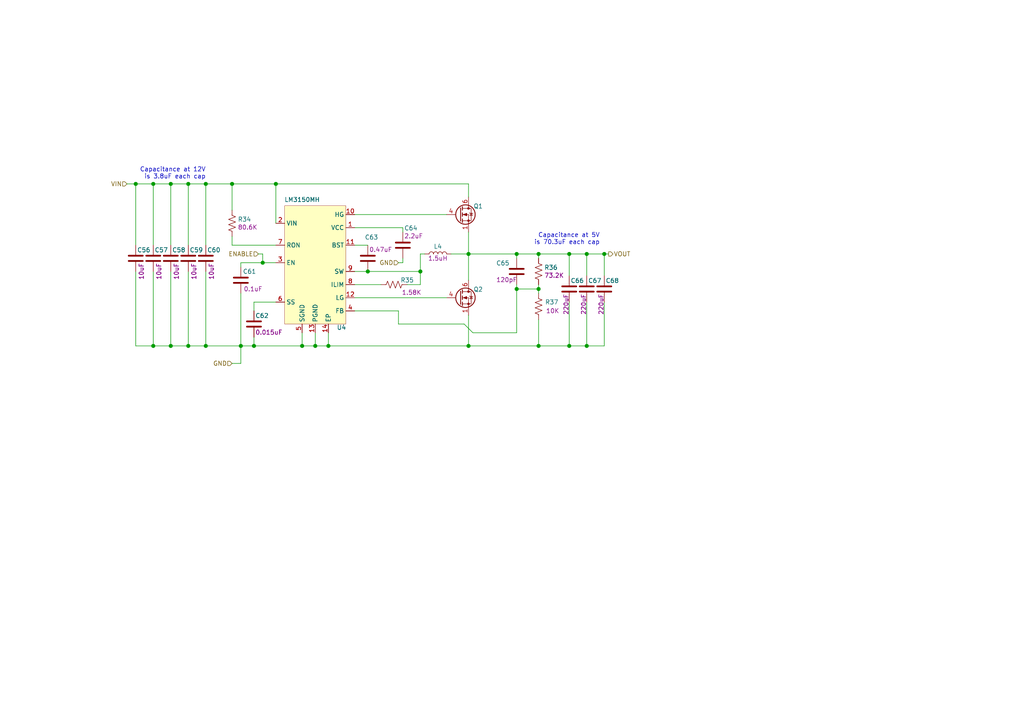
<source format=kicad_sch>
(kicad_sch (version 20210406) (generator eeschema)
  (paper "A4")
  (lib_symbols
    (symbol "Device:L" (pin_numbers hide) (pin_names (offset 1.016) hide)
      (property "Reference" "L" (at -1.27 0 90))
      (property "Value" "L" (at 1.905 0 90))
      (symbol "L_0_1"
        (arc (start 0 -2.54) (end 0 -1.27) (radius (at 0 -1.905) (length 0.635) (angles -89.9 89.9)))
        (arc (start 0 -1.27) (end 0 0) (radius (at 0 -0.635) (length 0.635) (angles -89.9 89.9)))
        (arc (start 0 0) (end 0 1.27) (radius (at 0 0.635) (length 0.635) (angles -89.9 89.9)))
        (arc (start 0 1.27) (end 0 2.54) (radius (at 0 1.905) (length 0.635) (angles -89.9 89.9)))
      )
      (symbol "L_1_1"
        (pin passive line (at 0 3.81 270) (length 1.27) (name "1") (number "1"))
        (pin passive line (at 0 -3.81 90) (length 1.27) (name "2") (number "2"))
      )
    )
    (symbol "mte_usb_hub:C0402C121J3GAC7867" (pin_numbers hide) (pin_names (offset 0.254))
      (property "Reference" "C" (at 0.635 2.54 0))
      (property "id" "120pF" (at -3.81 2.54 0))
      (symbol "C0402C121J3GAC7867_0_1"
        (polyline (pts (xy -2.032 -0.762) (xy 2.032 -0.762)) (stroke (width 0.508)))
        (polyline (pts (xy -2.032 0.762) (xy 2.032 0.762)) (stroke (width 0.508)))
      )
      (symbol "C0402C121J3GAC7867_1_1"
        (pin passive line (at 0 3.81 270) (length 2.794) (name "~") (number "1"))
        (pin passive line (at 0 -3.81 90) (length 2.794) (name "~") (number "2"))
      )
    )
    (symbol "mte_usb_hub:CC0402KRX5R7BB104" (pin_numbers hide) (pin_names (offset 0.254))
      (property "Reference" "C" (at 0.635 2.54 0))
      (property "id" "0.1uF" (at -3.81 2.54 0))
      (symbol "CC0402KRX5R7BB104_0_1"
        (polyline (pts (xy -2.032 -0.762) (xy 2.032 -0.762)) (stroke (width 0.508)))
        (polyline (pts (xy -2.032 0.762) (xy 2.032 0.762)) (stroke (width 0.508)))
      )
      (symbol "CC0402KRX5R7BB104_1_1"
        (pin passive line (at 0 3.81 270) (length 2.794) (name "~") (number "1"))
        (pin passive line (at 0 -3.81 90) (length 2.794) (name "~") (number "2"))
      )
    )
    (symbol "mte_usb_hub:CSD16342Q5A" (pin_names (offset 0) hide)
      (property "Reference" "Q" (at 2.54 1.905 0))
      (property "id" "CSD16342Q5A" (at -1.27 0 0))
      (symbol "CSD16342Q5A_0_0"
        (pin input line (at -6.35 0 0) (length 2.54) (name "G") (number "4"))
        (pin passive line (at 0 5.08 270) (length 2.54) hide (name "D") (number "5"))
        (pin passive line (at 0 5.08 270) (length 2.54) (name "D") (number "6"))
        (pin passive line (at 0 5.08 270) (length 2.54) hide (name "D") (number "7"))
        (pin passive line (at 0 5.08 270) (length 2.54) hide (name "D") (number "8"))
      )
      (symbol "CSD16342Q5A_0_1"
        (circle (center -0.889 0) (radius 2.8194) (stroke (width 0.254)))
        (circle (center 0 -1.778) (radius 0.2794) (fill (type outline)))
        (circle (center 0 1.778) (radius 0.2794) (fill (type outline)))
        (polyline (pts (xy -1.778 -1.778) (xy 0 -1.778)))
        (polyline (pts (xy -1.778 -1.27) (xy -1.778 -2.286)) (stroke (width 0.254)))
        (polyline (pts (xy -1.778 0) (xy 0 0)))
        (polyline (pts (xy -1.778 0.508) (xy -1.778 -0.508)) (stroke (width 0.254)))
        (polyline (pts (xy -1.778 1.778) (xy 0 1.778)))
        (polyline (pts (xy -1.778 2.286) (xy -1.778 1.27)) (stroke (width 0.254)))
        (polyline (pts (xy 0 -1.778) (xy 0 -2.54)))
        (polyline (pts (xy 0 -1.778) (xy 0 0)))
        (polyline (pts (xy 0 2.54) (xy 0 1.778)))
        (polyline (pts (xy -2.286 1.905) (xy -2.286 -1.905) (xy -2.286 -1.905)) (stroke (width 0.254)))
        (polyline (pts (xy 0 -1.778) (xy 0.762 -1.778) (xy 0.762 1.778) (xy 0 1.778)))
        (polyline (pts (xy 0.254 0.508) (xy 0.381 0.381) (xy 1.143 0.381) (xy 1.27 0.254)))
        (polyline (pts (xy 0.762 0.381) (xy 0.381 -0.254) (xy 1.143 -0.254) (xy 0.762 0.381)))
        (polyline (pts (xy -1.524 0) (xy -0.508 0.381) (xy -0.508 -0.381) (xy -1.524 0)) (fill (type outline)))
      )
      (symbol "CSD16342Q5A_1_1"
        (pin passive line (at 0 -5.08 90) (length 2.54) (name "S") (number "1"))
        (pin passive line (at 0 -5.08 90) (length 2.54) hide (name "S") (number "2"))
        (pin passive line (at 0 -5.08 90) (length 2.54) hide (name "S") (number "3"))
      )
    )
    (symbol "mte_usb_hub:CSD17577Q5AT" (pin_names (offset 0) hide)
      (property "Reference" "Q" (at 2.54 1.905 0))
      (property "id" "CSD17577Q5AT" (at -1.27 0 0))
      (symbol "CSD17577Q5AT_0_0"
        (pin input line (at -6.35 0 0) (length 2.54) (name "G") (number "4"))
        (pin passive line (at 0 5.08 270) (length 2.54) hide (name "D") (number "5"))
        (pin passive line (at 0 5.08 270) (length 2.54) (name "D") (number "6"))
        (pin passive line (at 0 5.08 270) (length 2.54) hide (name "D") (number "7"))
        (pin passive line (at 0 5.08 270) (length 2.54) hide (name "D") (number "8"))
      )
      (symbol "CSD17577Q5AT_0_1"
        (circle (center -0.889 0) (radius 2.8194) (stroke (width 0.254)))
        (circle (center 0 -1.778) (radius 0.2794) (fill (type outline)))
        (circle (center 0 1.778) (radius 0.2794) (fill (type outline)))
        (polyline (pts (xy -1.778 -1.778) (xy 0 -1.778)))
        (polyline (pts (xy -1.778 -1.27) (xy -1.778 -2.286)) (stroke (width 0.254)))
        (polyline (pts (xy -1.778 0) (xy 0 0)))
        (polyline (pts (xy -1.778 0.508) (xy -1.778 -0.508)) (stroke (width 0.254)))
        (polyline (pts (xy -1.778 1.778) (xy 0 1.778)))
        (polyline (pts (xy -1.778 2.286) (xy -1.778 1.27)) (stroke (width 0.254)))
        (polyline (pts (xy 0 -1.778) (xy 0 -2.54)))
        (polyline (pts (xy 0 -1.778) (xy 0 0)))
        (polyline (pts (xy 0 2.54) (xy 0 1.778)))
        (polyline (pts (xy -2.286 1.905) (xy -2.286 -1.905) (xy -2.286 -1.905)) (stroke (width 0.254)))
        (polyline (pts (xy 0 -1.778) (xy 0.762 -1.778) (xy 0.762 1.778) (xy 0 1.778)))
        (polyline (pts (xy 0.254 0.508) (xy 0.381 0.381) (xy 1.143 0.381) (xy 1.27 0.254)))
        (polyline (pts (xy 0.762 0.381) (xy 0.381 -0.254) (xy 1.143 -0.254) (xy 0.762 0.381)))
        (polyline (pts (xy -1.524 0) (xy -0.508 0.381) (xy -0.508 -0.381) (xy -1.524 0)) (fill (type outline)))
      )
      (symbol "CSD17577Q5AT_1_1"
        (pin passive line (at 0 -5.08 90) (length 2.54) (name "S") (number "1"))
        (pin passive line (at 0 -5.08 90) (length 2.54) hide (name "S") (number "2"))
        (pin passive line (at 0 -5.08 90) (length 2.54) hide (name "S") (number "3"))
      )
    )
    (symbol "mte_usb_hub:GRM31CR71E106KA12L" (pin_numbers hide) (pin_names (offset 0.254))
      (property "Reference" "C" (at 0.635 2.54 0))
      (property "id" "10uF" (at -3.81 2.54 0))
      (symbol "GRM31CR71E106KA12L_0_1"
        (polyline (pts (xy -2.032 -0.762) (xy 2.032 -0.762)) (stroke (width 0.508)))
        (polyline (pts (xy -2.032 0.762) (xy 2.032 0.762)) (stroke (width 0.508)))
      )
      (symbol "GRM31CR71E106KA12L_1_1"
        (pin passive line (at 0 3.81 270) (length 2.794) (name "~") (number "1"))
        (pin passive line (at 0 -3.81 90) (length 2.794) (name "~") (number "2"))
      )
    )
    (symbol "mte_usb_hub:GRM32ER60J227ME05L" (pin_numbers hide) (pin_names (offset 0.254))
      (property "Reference" "C" (at 0.635 2.54 0))
      (property "id" "220uF" (at -3.81 2.54 0))
      (symbol "GRM32ER60J227ME05L_0_1"
        (polyline (pts (xy -2.032 -0.762) (xy 2.032 -0.762)) (stroke (width 0.508)))
        (polyline (pts (xy -2.032 0.762) (xy 2.032 0.762)) (stroke (width 0.508)))
      )
      (symbol "GRM32ER60J227ME05L_1_1"
        (pin passive line (at 0 3.81 270) (length 2.794) (name "~") (number "1"))
        (pin passive line (at 0 -3.81 90) (length 2.794) (name "~") (number "2"))
      )
    )
    (symbol "mte_usb_hub:LM3150MH"
      (property "Reference" "U" (at 0 0 0))
      (property "Value" "LM3150MH" (at 0 0 0))
      (symbol "LM3150MH_0_1"
        (rectangle (start -8.89 16.51) (end 8.89 -17.78) (stroke (width 0.001)) (fill (type background)))
      )
      (symbol "LM3150MH_1_1"
        (pin power_out line (at 11.43 10.16 180) (length 2.54) (name "VCC") (number "1"))
        (pin output line (at 11.43 13.97 180) (length 2.54) (name "HG") (number "10"))
        (pin output line (at 11.43 5.08 180) (length 2.54) (name "BST") (number "11"))
        (pin output line (at 11.43 -10.16 180) (length 2.54) (name "LG") (number "12"))
        (pin power_in line (at 0 -20.32 90) (length 2.54) (name "PGND") (number "13"))
        (pin power_in line (at 3.81 -20.32 90) (length 2.54) (name "EP") (number "14"))
        (pin power_in line (at -11.43 11.43 0) (length 2.54) (name "VIN") (number "2"))
        (pin input line (at -11.43 0 0) (length 2.54) (name "EN") (number "3"))
        (pin input line (at 11.43 -13.97 180) (length 2.54) (name "FB") (number "4"))
        (pin power_in line (at -3.81 -20.32 90) (length 2.54) (name "SGND") (number "5"))
        (pin input line (at -11.43 -11.43 0) (length 2.54) (name "SS") (number "6"))
        (pin input line (at -11.43 5.08 0) (length 2.54) (name "RON") (number "7"))
        (pin input line (at 11.43 -6.35 180) (length 2.54) (name "ILIM") (number "8"))
        (pin output line (at 11.43 -2.54 180) (length 2.54) (name "SW") (number "9"))
      )
    )
    (symbol "mte_usb_hub:RC0402FR-071K58L" (pin_numbers hide) (pin_names (offset 0))
      (property "Reference" "R" (at 2.54 0 90))
      (property "id" "1.58K" (at -2.54 0 90))
      (symbol "RC0402FR-071K58L_0_1"
        (polyline (pts (xy 0 -2.286) (xy 0 -2.54)))
        (polyline (pts (xy 0 2.286) (xy 0 2.54)))
        (polyline (pts (xy 0 -0.762) (xy 1.016 -1.143) (xy 0 -1.524) (xy -1.016 -1.905) (xy 0 -2.286)))
        (polyline (pts (xy 0 0.762) (xy 1.016 0.381) (xy 0 0) (xy -1.016 -0.381) (xy 0 -0.762)))
        (polyline (pts (xy 0 2.286) (xy 1.016 1.905) (xy 0 1.524) (xy -1.016 1.143) (xy 0 0.762)))
      )
      (symbol "RC0402FR-071K58L_1_1"
        (pin passive line (at 0 3.81 270) (length 1.27) (name "~") (number "1"))
        (pin passive line (at 0 -3.81 90) (length 1.27) (name "~") (number "2"))
      )
    )
    (symbol "mte_usb_hub:RC0402FR-0773K2L" (pin_numbers hide) (pin_names (offset 0))
      (property "Reference" "R" (at 2.54 0 90))
      (property "id" "73.2K" (at -2.54 0 90))
      (symbol "RC0402FR-0773K2L_0_1"
        (polyline (pts (xy 0 -2.286) (xy 0 -2.54)))
        (polyline (pts (xy 0 2.286) (xy 0 2.54)))
        (polyline (pts (xy 0 -0.762) (xy 1.016 -1.143) (xy 0 -1.524) (xy -1.016 -1.905) (xy 0 -2.286)))
        (polyline (pts (xy 0 0.762) (xy 1.016 0.381) (xy 0 0) (xy -1.016 -0.381) (xy 0 -0.762)))
        (polyline (pts (xy 0 2.286) (xy 1.016 1.905) (xy 0 1.524) (xy -1.016 1.143) (xy 0 0.762)))
      )
      (symbol "RC0402FR-0773K2L_1_1"
        (pin passive line (at 0 3.81 270) (length 1.27) (name "~") (number "1"))
        (pin passive line (at 0 -3.81 90) (length 1.27) (name "~") (number "2"))
      )
    )
    (symbol "mte_usb_hub:RC0402FR-0780K6L" (pin_numbers hide) (pin_names (offset 0))
      (property "Reference" "R" (at 2.54 0 90))
      (property "id" "80.6K" (at -2.54 0 90))
      (symbol "RC0402FR-0780K6L_0_1"
        (polyline (pts (xy 0 -2.286) (xy 0 -2.54)))
        (polyline (pts (xy 0 2.286) (xy 0 2.54)))
        (polyline (pts (xy 0 -0.762) (xy 1.016 -1.143) (xy 0 -1.524) (xy -1.016 -1.905) (xy 0 -2.286)))
        (polyline (pts (xy 0 0.762) (xy 1.016 0.381) (xy 0 0) (xy -1.016 -0.381) (xy 0 -0.762)))
        (polyline (pts (xy 0 2.286) (xy 1.016 1.905) (xy 0 1.524) (xy -1.016 1.143) (xy 0 0.762)))
      )
      (symbol "RC0402FR-0780K6L_1_1"
        (pin passive line (at 0 3.81 270) (length 1.27) (name "~") (number "1"))
        (pin passive line (at 0 -3.81 90) (length 1.27) (name "~") (number "2"))
      )
    )
    (symbol "mte_usb_hub:RC0402JR-0710KL" (pin_numbers hide) (pin_names (offset 0))
      (property "Reference" "R" (at 2.54 0 90))
      (property "id" "10K" (at -2.54 0 90))
      (symbol "RC0402JR-0710KL_0_1"
        (polyline (pts (xy 0 -2.286) (xy 0 -2.54)))
        (polyline (pts (xy 0 2.286) (xy 0 2.54)))
        (polyline (pts (xy 0 -0.762) (xy 1.016 -1.143) (xy 0 -1.524) (xy -1.016 -1.905) (xy 0 -2.286)))
        (polyline (pts (xy 0 0.762) (xy 1.016 0.381) (xy 0 0) (xy -1.016 -0.381) (xy 0 -0.762)))
        (polyline (pts (xy 0 2.286) (xy 1.016 1.905) (xy 0 1.524) (xy -1.016 1.143) (xy 0 0.762)))
      )
      (symbol "RC0402JR-0710KL_1_1"
        (pin passive line (at 0 3.81 270) (length 1.27) (name "~") (number "1"))
        (pin passive line (at 0 -3.81 90) (length 1.27) (name "~") (number "2"))
      )
    )
    (symbol "mte_usb_hub:TMK105ABJ474KV-F" (pin_numbers hide) (pin_names (offset 0.254))
      (property "Reference" "C" (at 0.635 2.54 0))
      (property "id" "0.47uF" (at -3.81 2.54 0))
      (symbol "TMK105ABJ474KV-F_0_1"
        (polyline (pts (xy -2.032 -0.762) (xy 2.032 -0.762)) (stroke (width 0.508)))
        (polyline (pts (xy -2.032 0.762) (xy 2.032 0.762)) (stroke (width 0.508)))
      )
      (symbol "TMK105ABJ474KV-F_1_1"
        (pin passive line (at 0 3.81 270) (length 2.794) (name "~") (number "1"))
        (pin passive line (at 0 -3.81 90) (length 2.794) (name "~") (number "2"))
      )
    )
    (symbol "mte_usb_hub:TMK105BJ153KV-F" (pin_numbers hide) (pin_names (offset 0.254))
      (property "Reference" "C" (at 0.635 2.54 0))
      (property "id" "0.015uF" (at -3.81 2.54 0))
      (symbol "TMK105BJ153KV-F_0_1"
        (polyline (pts (xy -2.032 -0.762) (xy 2.032 -0.762)) (stroke (width 0.508)))
        (polyline (pts (xy -2.032 0.762) (xy 2.032 0.762)) (stroke (width 0.508)))
      )
      (symbol "TMK105BJ153KV-F_1_1"
        (pin passive line (at 0 3.81 270) (length 2.794) (name "~") (number "1"))
        (pin passive line (at 0 -3.81 90) (length 2.794) (name "~") (number "2"))
      )
    )
    (symbol "mte_usb_hub:TMK105CBJ225MV-F" (pin_numbers hide) (pin_names (offset 0.254))
      (property "Reference" "C" (at 0.635 2.54 0))
      (property "id" "2.2uF" (at -3.81 2.54 0))
      (symbol "TMK105CBJ225MV-F_0_1"
        (polyline (pts (xy -2.032 -0.762) (xy 2.032 -0.762)) (stroke (width 0.508)))
        (polyline (pts (xy -2.032 0.762) (xy 2.032 0.762)) (stroke (width 0.508)))
      )
      (symbol "TMK105CBJ225MV-F_1_1"
        (pin passive line (at 0 3.81 270) (length 2.794) (name "~") (number "1"))
        (pin passive line (at 0 -3.81 90) (length 2.794) (name "~") (number "2"))
      )
    )
  )
  (junction (at 39.37 53.34) (diameter 1.016))
  (junction (at 44.45 53.34) (diameter 1.016))
  (junction (at 44.45 100.33) (diameter 1.016))
  (junction (at 49.53 53.34) (diameter 1.016))
  (junction (at 49.53 100.33) (diameter 1.016))
  (junction (at 54.61 53.34) (diameter 1.016))
  (junction (at 54.61 100.33) (diameter 1.016))
  (junction (at 59.69 53.34) (diameter 1.016))
  (junction (at 59.69 100.33) (diameter 1.016))
  (junction (at 67.31 53.34) (diameter 1.016))
  (junction (at 69.85 100.33) (diameter 1.016))
  (junction (at 73.66 100.33) (diameter 1.016))
  (junction (at 76.2 76.2) (diameter 1.016))
  (junction (at 80.01 53.34) (diameter 1.016))
  (junction (at 87.63 100.33) (diameter 1.016))
  (junction (at 91.44 100.33) (diameter 1.016))
  (junction (at 95.25 100.33) (diameter 1.016))
  (junction (at 106.68 78.74) (diameter 1.016))
  (junction (at 121.92 78.74) (diameter 1.016))
  (junction (at 135.89 73.66) (diameter 1.016))
  (junction (at 135.89 100.33) (diameter 1.016))
  (junction (at 149.86 73.66) (diameter 1.016))
  (junction (at 149.86 83.82) (diameter 1.016))
  (junction (at 156.21 73.66) (diameter 1.016))
  (junction (at 156.21 83.82) (diameter 1.016))
  (junction (at 156.21 100.33) (diameter 1.016))
  (junction (at 165.1 73.66) (diameter 1.016))
  (junction (at 165.1 100.33) (diameter 1.016))
  (junction (at 170.18 73.66) (diameter 1.016))
  (junction (at 170.18 100.33) (diameter 1.016))
  (junction (at 175.26 73.66) (diameter 1.016))
  (wire (pts (xy 36.83 53.34) (xy 39.37 53.34)))
  (wire (pts (xy 39.37 53.34) (xy 39.37 71.12)))
  (wire (pts (xy 39.37 53.34) (xy 44.45 53.34)))
  (wire (pts (xy 39.37 78.74) (xy 39.37 100.33)))
  (wire (pts (xy 39.37 100.33) (xy 44.45 100.33)))
  (wire (pts (xy 44.45 53.34) (xy 49.53 53.34)))
  (wire (pts (xy 44.45 71.12) (xy 44.45 53.34)))
  (wire (pts (xy 44.45 78.74) (xy 44.45 100.33)))
  (wire (pts (xy 44.45 100.33) (xy 49.53 100.33)))
  (wire (pts (xy 49.53 53.34) (xy 54.61 53.34)))
  (wire (pts (xy 49.53 71.12) (xy 49.53 53.34)))
  (wire (pts (xy 49.53 78.74) (xy 49.53 100.33)))
  (wire (pts (xy 49.53 100.33) (xy 54.61 100.33)))
  (wire (pts (xy 54.61 53.34) (xy 54.61 71.12)))
  (wire (pts (xy 54.61 78.74) (xy 54.61 100.33)))
  (wire (pts (xy 54.61 100.33) (xy 59.69 100.33)))
  (wire (pts (xy 59.69 53.34) (xy 54.61 53.34)))
  (wire (pts (xy 59.69 53.34) (xy 67.31 53.34)))
  (wire (pts (xy 59.69 71.12) (xy 59.69 53.34)))
  (wire (pts (xy 59.69 78.74) (xy 59.69 100.33)))
  (wire (pts (xy 59.69 100.33) (xy 69.85 100.33)))
  (wire (pts (xy 67.31 53.34) (xy 67.31 60.96)))
  (wire (pts (xy 67.31 68.58) (xy 67.31 71.12)))
  (wire (pts (xy 67.31 71.12) (xy 80.01 71.12)))
  (wire (pts (xy 67.31 105.41) (xy 69.85 105.41)))
  (wire (pts (xy 69.85 76.2) (xy 69.85 77.47)))
  (wire (pts (xy 69.85 76.2) (xy 76.2 76.2)))
  (wire (pts (xy 69.85 85.09) (xy 69.85 100.33)))
  (wire (pts (xy 69.85 100.33) (xy 73.66 100.33)))
  (wire (pts (xy 69.85 105.41) (xy 69.85 100.33)))
  (wire (pts (xy 73.66 87.63) (xy 80.01 87.63)))
  (wire (pts (xy 73.66 90.17) (xy 73.66 87.63)))
  (wire (pts (xy 73.66 97.79) (xy 73.66 100.33)))
  (wire (pts (xy 73.66 100.33) (xy 87.63 100.33)))
  (wire (pts (xy 74.93 73.66) (xy 76.2 73.66)))
  (wire (pts (xy 76.2 73.66) (xy 76.2 76.2)))
  (wire (pts (xy 76.2 76.2) (xy 80.01 76.2)))
  (wire (pts (xy 80.01 53.34) (xy 67.31 53.34)))
  (wire (pts (xy 80.01 53.34) (xy 135.89 53.34)))
  (wire (pts (xy 80.01 64.77) (xy 80.01 53.34)))
  (wire (pts (xy 87.63 96.52) (xy 87.63 100.33)))
  (wire (pts (xy 87.63 100.33) (xy 91.44 100.33)))
  (wire (pts (xy 91.44 100.33) (xy 91.44 96.52)))
  (wire (pts (xy 95.25 96.52) (xy 95.25 100.33)))
  (wire (pts (xy 95.25 100.33) (xy 91.44 100.33)))
  (wire (pts (xy 102.87 62.23) (xy 129.54 62.23)))
  (wire (pts (xy 102.87 66.04) (xy 116.84 66.04)))
  (wire (pts (xy 102.87 71.12) (xy 106.68 71.12)))
  (wire (pts (xy 102.87 78.74) (xy 106.68 78.74)))
  (wire (pts (xy 102.87 82.55) (xy 110.49 82.55)))
  (wire (pts (xy 102.87 86.36) (xy 129.54 86.36)))
  (wire (pts (xy 102.87 90.17) (xy 115.57 90.17)))
  (wire (pts (xy 106.68 78.74) (xy 121.92 78.74)))
  (wire (pts (xy 115.57 76.2) (xy 116.84 76.2)))
  (wire (pts (xy 115.57 90.17) (xy 115.57 93.98)))
  (wire (pts (xy 115.57 93.98) (xy 134.62 93.98)))
  (wire (pts (xy 116.84 67.31) (xy 116.84 66.04)))
  (wire (pts (xy 116.84 76.2) (xy 116.84 74.93)))
  (wire (pts (xy 118.11 82.55) (xy 121.92 82.55)))
  (wire (pts (xy 121.92 73.66) (xy 123.19 73.66)))
  (wire (pts (xy 121.92 78.74) (xy 121.92 73.66)))
  (wire (pts (xy 121.92 82.55) (xy 121.92 78.74)))
  (wire (pts (xy 134.62 93.98) (xy 137.16 96.52)))
  (wire (pts (xy 135.89 57.15) (xy 135.89 53.34)))
  (wire (pts (xy 135.89 67.31) (xy 135.89 73.66)))
  (wire (pts (xy 135.89 73.66) (xy 130.81 73.66)))
  (wire (pts (xy 135.89 73.66) (xy 135.89 81.28)))
  (wire (pts (xy 135.89 91.44) (xy 135.89 100.33)))
  (wire (pts (xy 135.89 100.33) (xy 95.25 100.33)))
  (wire (pts (xy 137.16 96.52) (xy 149.86 96.52)))
  (wire (pts (xy 149.86 73.66) (xy 135.89 73.66)))
  (wire (pts (xy 149.86 73.66) (xy 149.86 74.93)))
  (wire (pts (xy 149.86 82.55) (xy 149.86 83.82)))
  (wire (pts (xy 149.86 83.82) (xy 156.21 83.82)))
  (wire (pts (xy 149.86 96.52) (xy 149.86 83.82)))
  (wire (pts (xy 156.21 73.66) (xy 149.86 73.66)))
  (wire (pts (xy 156.21 74.93) (xy 156.21 73.66)))
  (wire (pts (xy 156.21 82.55) (xy 156.21 83.82)))
  (wire (pts (xy 156.21 83.82) (xy 156.21 85.09)))
  (wire (pts (xy 156.21 92.71) (xy 156.21 100.33)))
  (wire (pts (xy 156.21 100.33) (xy 135.89 100.33)))
  (wire (pts (xy 165.1 73.66) (xy 156.21 73.66)))
  (wire (pts (xy 165.1 80.01) (xy 165.1 73.66)))
  (wire (pts (xy 165.1 87.63) (xy 165.1 100.33)))
  (wire (pts (xy 165.1 100.33) (xy 156.21 100.33)))
  (wire (pts (xy 170.18 73.66) (xy 165.1 73.66)))
  (wire (pts (xy 170.18 73.66) (xy 175.26 73.66)))
  (wire (pts (xy 170.18 80.01) (xy 170.18 73.66)))
  (wire (pts (xy 170.18 87.63) (xy 170.18 100.33)))
  (wire (pts (xy 170.18 100.33) (xy 165.1 100.33)))
  (wire (pts (xy 170.18 100.33) (xy 175.26 100.33)))
  (wire (pts (xy 175.26 73.66) (xy 175.26 80.01)))
  (wire (pts (xy 175.26 73.66) (xy 176.53 73.66)))
  (wire (pts (xy 175.26 100.33) (xy 175.26 87.63)))
  (text "Capacitance at 12V\nis 3.8uF each cap" (at 59.69 52.07 180) (effects (font (size 1.27 1.27)) (justify right bottom)))
  (text "Capacitance at 5V\nis 70.3uF each cap" (at 173.99 71.12 180) (effects (font (size 1.27 1.27)) (justify right bottom)))
  (hierarchical_label "VIN" (shape input) (at 36.83 53.34 180))
  (hierarchical_label "GND" (shape input) (at 67.31 105.41 180))
  (hierarchical_label "ENABLE" (shape input) (at 74.93 73.66 180))
  (hierarchical_label "GND" (shape input) (at 115.57 76.2 180))
  (hierarchical_label "VOUT" (shape output) (at 176.53 73.66 0))
  (symbol (lib_id "Device:L") (at 127 73.66 90) (unit 1)
    (property "Reference" "L4" (at 127 71.4818 90))
    (property "Value" "SRP1270-1R5M" (effects hide))
    (property "id" "1.5uH" (at 127 74.93 90))
  )
  (symbol (lib_id "mte_usb_hub:RC0402FR-0780K6L") (at 67.31 64.77 0) (unit 1)
    (property "Reference" "R34" (at 68.9611 63.6206 0) (effects (justify left)))
    (property "Value" "RC0402FR-0780K6L" (effects hide))
    (property "Footprint" "footprints:RESISTOR_0402N" (effects hide))
    (property "id" "80.6K" (at 68.9611 65.9193 0) (effects (justify left)))
    (property "manf" "Yageo" (effects hide))
  )
  (symbol (lib_id "mte_usb_hub:RC0402FR-071K58L") (at 114.3 82.55 90) (unit 1)
    (property "Reference" "R35" (at 118.11 81.2608 90))
    (property "Value" "RC0402FR-071K58L" (effects hide))
    (property "Footprint" "footprints:RESISTOR_0402N" (effects hide))
    (property "id" "1.58K" (at 119.38 84.8295 90))
    (property "manf" "Yageo" (effects hide))
  )
  (symbol (lib_id "mte_usb_hub:RC0402FR-0773K2L") (at 156.21 78.74 0) (unit 1)
    (property "Reference" "R36" (at 157.8611 77.5906 0) (effects (justify left)))
    (property "Value" "RC0402FR-0773K2L" (effects hide))
    (property "Footprint" "footprints:RESISTOR_0402N" (effects hide))
    (property "id" "73.2K" (at 157.8611 79.8893 0) (effects (justify left)))
    (property "manf" "Yageo" (effects hide))
  )
  (symbol (lib_id "mte_usb_hub:RC0402JR-0710KL") (at 156.21 88.9 0) (unit 1)
    (property "Reference" "R37" (at 160.0392 87.63 0))
    (property "Value" "RC0402JR-0710KL" (effects hide))
    (property "Footprint" "footprints:RESISTOR_0402N" (effects hide))
    (property "Datasheet" "${MTE_LIB_DIR}/datasheets/PYu-RC_Group_51_RoHS_L_11.pdf" (effects hide))
    (property "id" "10K" (at 160.2805 90.17 0))
    (property "manf" "Yageo" (effects hide))
  )
  (symbol (lib_id "mte_usb_hub:GRM31CR71E106KA12L") (at 39.37 74.93 0) (unit 1)
    (property "Reference" "C56" (at 39.7511 72.5106 0) (effects (justify left)))
    (property "Value" "GRM31CR71E106KA12L" (effects hide))
    (property "Footprint" "footprints:CAPACITOR_1206N" (effects hide))
    (property "id" "10uF" (at 41.0211 81.1593 90) (effects (justify left)))
    (property "manf" "Murata Electronics" (effects hide))
  )
  (symbol (lib_id "mte_usb_hub:GRM31CR71E106KA12L") (at 44.45 74.93 0) (unit 1)
    (property "Reference" "C57" (at 44.8311 72.5106 0) (effects (justify left)))
    (property "Value" "GRM31CR71E106KA12L" (effects hide))
    (property "Footprint" "footprints:CAPACITOR_1206N" (effects hide))
    (property "id" "10uF" (at 46.1011 81.1593 90) (effects (justify left)))
    (property "manf" "Murata Electronics" (effects hide))
  )
  (symbol (lib_id "mte_usb_hub:GRM31CR71E106KA12L") (at 49.53 74.93 0) (unit 1)
    (property "Reference" "C58" (at 49.9111 72.5106 0) (effects (justify left)))
    (property "Value" "GRM31CR71E106KA12L" (effects hide))
    (property "Footprint" "footprints:CAPACITOR_1206N" (effects hide))
    (property "id" "10uF" (at 51.1811 81.1593 90) (effects (justify left)))
    (property "manf" "Murata Electronics" (effects hide))
  )
  (symbol (lib_id "mte_usb_hub:GRM31CR71E106KA12L") (at 54.61 74.93 0) (unit 1)
    (property "Reference" "C59" (at 54.9911 72.5106 0) (effects (justify left)))
    (property "Value" "GRM31CR71E106KA12L" (effects hide))
    (property "Footprint" "footprints:CAPACITOR_1206N" (effects hide))
    (property "id" "10uF" (at 56.2611 81.1593 90) (effects (justify left)))
    (property "manf" "Murata Electronics" (effects hide))
  )
  (symbol (lib_id "mte_usb_hub:GRM31CR71E106KA12L") (at 59.69 74.93 0) (unit 1)
    (property "Reference" "C60" (at 60.0711 72.5106 0) (effects (justify left)))
    (property "Value" "GRM31CR71E106KA12L" (effects hide))
    (property "Footprint" "footprints:CAPACITOR_1206N" (effects hide))
    (property "id" "10uF" (at 61.3411 81.1593 90) (effects (justify left)))
    (property "manf" "Murata Electronics" (effects hide))
  )
  (symbol (lib_id "mte_usb_hub:CC0402KRX5R7BB104") (at 69.85 81.28 180) (unit 1)
    (property "Reference" "C61" (at 72.3708 78.74 0))
    (property "Value" "CC0402KRX5R7BB104" (effects hide))
    (property "Footprint" "footprints:CAPACITOR_0402N" (effects hide))
    (property "Datasheet" "${MTE_LIB_DIR}/datasheets/UPY-GP_NP0_16V-to-50V_18.pdf" (effects hide))
    (property "id" "0.1uF" (at 73.3995 83.82 0))
  )
  (symbol (lib_id "mte_usb_hub:TMK105BJ153KV-F") (at 73.66 93.98 0) (unit 1)
    (property "Reference" "C62" (at 74.0411 91.5606 0) (effects (justify left)))
    (property "Value" "TMK105BJ153KV-F" (effects hide))
    (property "Footprint" "footprints:CAPACITOR_0402N" (effects hide))
    (property "id" "0.015uF" (at 74.0411 96.3993 0) (effects (justify left)))
    (property "manf" "Taiyo Yuden" (effects hide))
  )
  (symbol (lib_id "mte_usb_hub:TMK105ABJ474KV-F") (at 106.68 74.93 0) (unit 1)
    (property "Reference" "C63" (at 105.7911 68.8213 0) (effects (justify left)))
    (property "Value" "TMK105ABJ474KV-F" (effects hide))
    (property "Footprint" "footprints:CAPACITOR_0402N" (effects hide))
    (property "id" "0.47uF" (at 107.0611 72.39 0) (effects (justify left)))
    (property "manf" "Taiyo Yuden" (effects hide))
  )
  (symbol (lib_id "mte_usb_hub:TMK105CBJ225MV-F") (at 116.84 71.12 0) (unit 1)
    (property "Reference" "C64" (at 117.2211 66.1606 0) (effects (justify left)))
    (property "Value" "TMK105CBJ225MV-F" (effects hide))
    (property "Footprint" "footprints:CAPACITOR_0402N" (effects hide))
    (property "Datasheet" "${MTE_LIB_DIR}/datasheets/TMK105CBJ225MV-F _RS.pdf" (effects hide))
    (property "id" "2.2uF" (at 117.2211 68.4593 0) (effects (justify left)))
  )
  (symbol (lib_id "mte_usb_hub:C0402C121J3GAC7867") (at 149.86 78.74 0) (unit 1)
    (property "Reference" "C65" (at 143.8911 76.3206 0) (effects (justify left)))
    (property "Value" "C0402C121J3GAC7867" (effects hide))
    (property "Footprint" "footprints:CAPACITOR_0402N" (effects hide))
    (property "id" "120pF" (at 143.8911 81.1593 0) (effects (justify left)))
    (property "manf" "KEMET" (effects hide))
  )
  (symbol (lib_id "mte_usb_hub:GRM32ER60J227ME05L") (at 165.1 83.82 0) (unit 1)
    (property "Reference" "C66" (at 165.4811 81.4006 0) (effects (justify left)))
    (property "Value" "GRM32ER60J227ME05L" (effects hide))
    (property "Footprint" "footprints:CAPACITOR_1210N" (effects hide))
    (property "id" "220uF" (at 164.2111 91.3193 90) (effects (justify left)))
    (property "manf" "Murata Electronics" (effects hide))
  )
  (symbol (lib_id "mte_usb_hub:GRM32ER60J227ME05L") (at 170.18 83.82 0) (unit 1)
    (property "Reference" "C67" (at 170.5611 81.4006 0) (effects (justify left)))
    (property "Value" "GRM32ER60J227ME05L" (effects hide))
    (property "Footprint" "footprints:CAPACITOR_1210N" (effects hide))
    (property "id" "220uF" (at 169.2911 91.3193 90) (effects (justify left)))
    (property "manf" "Murata Electronics" (effects hide))
  )
  (symbol (lib_id "mte_usb_hub:GRM32ER60J227ME05L") (at 175.26 83.82 0) (unit 1)
    (property "Reference" "C68" (at 175.6411 81.4006 0) (effects (justify left)))
    (property "Value" "GRM32ER60J227ME05L" (effects hide))
    (property "Footprint" "footprints:CAPACITOR_1210N" (effects hide))
    (property "id" "220uF" (at 174.3711 91.3193 90) (effects (justify left)))
    (property "manf" "Murata Electronics" (effects hide))
  )
  (symbol (lib_id "mte_usb_hub:CSD16342Q5A") (at 135.89 62.23 0) (unit 1)
    (property "Reference" "Q1" (at 137.3125 59.8106 0) (effects (justify left)))
    (property "Value" "CSD16342Q5A" (effects hide))
    (property "id" "CSD16342Q5A" (effects hide))
    (property "manf" "Texas Instruments" (effects hide))
  )
  (symbol (lib_id "mte_usb_hub:CSD17577Q5AT") (at 135.89 86.36 0) (unit 1)
    (property "Reference" "Q2" (at 137.3125 83.9406 0) (effects (justify left)))
    (property "Value" "CSD17577Q5AT" (effects hide))
    (property "id" "CSD17577Q5AT" (effects hide))
    (property "manf" "Texas Instruments" (effects hide))
  )
  (symbol (lib_id "mte_usb_hub:LM3150MH") (at 91.44 76.2 0) (unit 1)
    (property "Reference" "U4" (at 99.06 94.9763 0))
    (property "Value" "LM3150MH" (at 87.63 57.905 0))
  )
)
</source>
